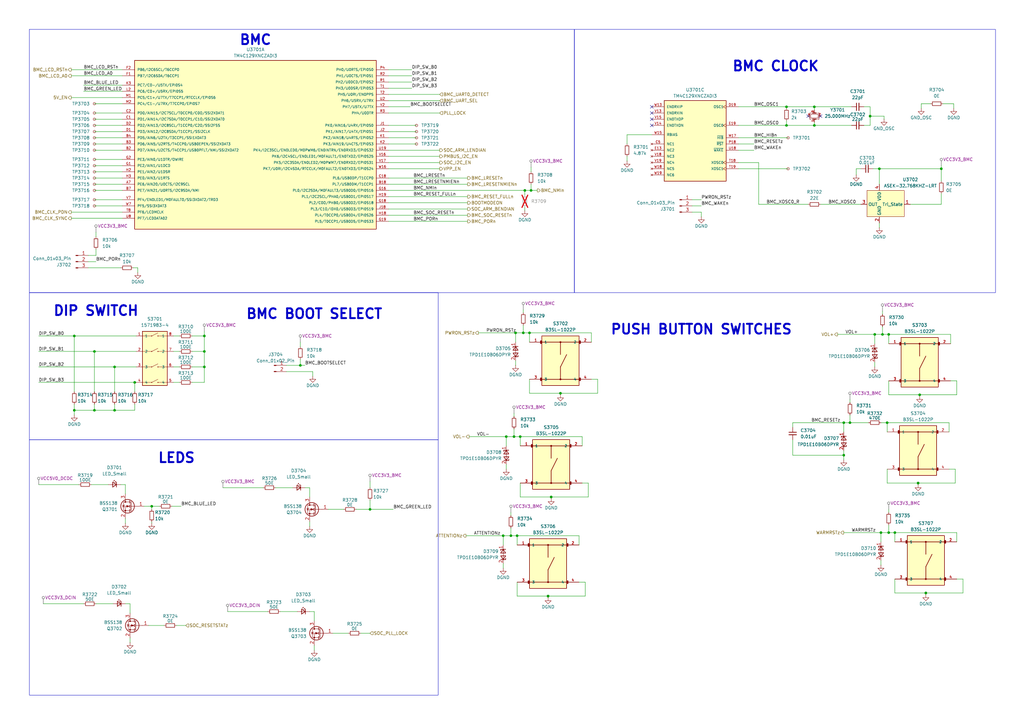
<source format=kicad_sch>
(kicad_sch (version 20250114) (generator "eeschema") (generator_version "9.0")
  (paper "A3")
  (title_block (title "Barre de son (base saine)") (date "2025-05-16") (rev "1.0") (company "NDH"))
  (rectangle (start 12.065 120.015) (end 179.705 180.34))
  (rectangle (start 12.065 12.065) (end 12.065 12.065))
  (rectangle (start 12.065 12.065) (end 235.585 120.015))
  (rectangle (start 235.585 12.065) (end 408.305 120.015))
  (rectangle (start 12.065 180.34) (end 179.705 285.115))
  (text "DIP SWITCH\n" (at 39.37 127.635 0) (effects (font (size 4 4) (thickness 0.8) (bold yes))))
  (text "PUSH BUTTON SWITCHES\n" (at 287.655 135.255 0) (effects (font (size 4 4) (thickness 0.8) (bold yes))))
  (text "BMC CLOCK\n" (at 318.135 27.305 0) (effects (font (size 4 4) (thickness 0.8) (bold yes))))
  (text "BMC" (at 104.775 16.51 0) (effects (font (size 4 4) (thickness 0.8) (bold yes))))
  (text "LEDS" (at 72.39 187.96 0) (effects (font (size 4 4) (thickness 0.8) (bold yes))))
  (text "BMC BOOT SELECT\n" (at 128.905 128.905 0) (effects (font (size 4 4) (thickness 0.8) (bold yes))))
  (junction (at 379.73 243.205))
  (junction (at 210.82 179.07))
  (junction (at 322.58 51.435))
  (junction (at 364.49 137.16))
  (junction (at 215.265 78.105))
  (junction (at 217.17 136.525))
  (junction (at 386.08 69.215))
  (junction (at 209.55 219.71))
  (junction (at 367.03 218.44))
  (junction (at 38.735 144.145))
  (junction (at 46.99 168.275))
  (junction (at 361.95 137.16))
  (junction (at 358.775 137.16))
  (junction (at 83.82 137.795))
  (junction (at 123.19 149.86))
  (junction (at 346.075 186.69))
  (junction (at 229.87 161.29))
  (junction (at 83.82 144.145))
  (junction (at 207.645 179.07))
  (junction (at 214.63 136.525))
  (junction (at 360.68 69.215))
  (junction (at 38.735 168.275))
  (junction (at 206.375 219.71))
  (junction (at 377.19 161.925))
  (junction (at 213.36 179.07))
  (junction (at 212.09 219.71))
  (junction (at 30.48 168.275))
  (junction (at 348.615 173.355))
  (junction (at 346.075 173.355))
  (junction (at 226.06 203.835))
  (junction (at 376.555 198.12))
  (junction (at 211.455 136.525))
  (junction (at 224.79 244.475))
  (junction (at 62.23 207.645))
  (junction (at 83.82 150.495))
  (junction (at 55.245 156.845))
  (junction (at 364.49 218.44))
  (junction (at 322.58 43.815))
  (junction (at 361.315 218.44))
  (junction (at 217.805 78.105))
  (junction (at 30.48 137.795))
  (junction (at 46.99 150.495))
  (junction (at 334.01 51.435))
  (junction (at 356.87 47.625))
  (junction (at 334.01 43.815))
  (junction (at 363.855 173.355))
  (junction (at 151.765 208.915))
  (no_connect (at 331.47 47.625))
  (no_connect (at 267.335 51.435))
  (no_connect (at 336.55 47.625))
  (no_connect (at 267.335 46.355))
  (no_connect (at 267.335 43.815))
  (no_connect (at 267.335 48.895))
  (wire (pts (xy 356.87 51.435) (xy 354.33 51.435)))
  (wire (pts (xy 389.255 173.355) (xy 363.855 173.355)))
  (wire (pts (xy 391.795 192.405) (xy 391.795 198.12)))
  (wire (pts (xy 29.21 89.535) (xy 50.165 89.535)))
  (wire (pts (xy 128.905 266.7) (xy 128.905 264.795)))
  (wire (pts (xy 257.175 55.245) (xy 257.175 59.055)))
  (wire (pts (xy 362.585 48.895) (xy 362.585 47.625)))
  (wire (pts (xy 389.89 140.97) (xy 389.89 137.16)))
  (wire (pts (xy 325.12 173.355) (xy 325.12 175.26)))
  (wire (pts (xy 334.01 45.085) (xy 334.01 43.815)))
  (wire (pts (xy 229.87 161.925) (xy 229.87 161.29)))
  (wire (pts (xy 334.01 50.165) (xy 334.01 51.435)))
  (wire (pts (xy 336.55 83.82) (xy 353.06 83.82)))
  (wire (pts (xy 65.405 207.645) (xy 62.23 207.645)))
  (wire (pts (xy 62.23 214.63) (xy 62.23 213.995)))
  (wire (pts (xy 240.03 238.76) (xy 240.03 244.475)))
  (wire (pts (xy 151.765 197.485) (xy 151.765 200.025)))
  (wire (pts (xy 309.245 59.055) (xy 302.895 59.055)))
  (wire (pts (xy 238.76 182.88) (xy 238.76 179.07)))
  (wire (pts (xy 83.82 144.145) (xy 83.82 137.795)))
  (wire (pts (xy 325.12 173.355) (xy 346.075 173.355)))
  (wire (pts (xy 50.165 48.895) (xy 38.735 48.895)))
  (wire (pts (xy 348.615 163.83) (xy 348.615 165.1)))
  (wire (pts (xy 91.44 200.025) (xy 107.95 200.025)))
  (wire (pts (xy 29.21 31.115) (xy 50.165 31.115)))
  (wire (pts (xy 51.435 202.565) (xy 51.435 198.755)))
  (wire (pts (xy 361.315 218.44) (xy 361.315 222.25)))
  (wire (pts (xy 322.58 49.53) (xy 322.58 51.435)))
  (wire (pts (xy 128.905 250.825) (xy 127 250.825)))
  (wire (pts (xy 346.075 186.69) (xy 346.075 184.785)))
  (wire (pts (xy 93.345 250.825) (xy 109.855 250.825)))
  (wire (pts (xy 39.37 107.315) (xy 36.195 107.315)))
  (wire (pts (xy 210.82 169.545) (xy 210.82 170.815)))
  (wire (pts (xy 351.155 69.215) (xy 353.06 69.215)))
  (wire (pts (xy 168.91 33.655) (xy 159.385 33.655)))
  (wire (pts (xy 392.43 161.925) (xy 377.19 161.925)))
  (wire (pts (xy 238.76 198.12) (xy 241.3 198.12)))
  (wire (pts (xy 117.475 152.4) (xy 128.27 152.4)))
  (wire (pts (xy 123.19 149.86) (xy 125.095 149.86)))
  (wire (pts (xy 51.435 214.63) (xy 51.435 212.725)))
  (wire (pts (xy 212.09 219.71) (xy 212.09 223.52)))
  (wire (pts (xy 83.82 150.495) (xy 83.82 144.145)))
  (wire (pts (xy 127 215.9) (xy 127 213.995)))
  (wire (pts (xy 391.16 42.545) (xy 386.715 42.545)))
  (wire (pts (xy 15.875 150.495) (xy 46.99 150.495)))
  (wire (pts (xy 322.58 44.45) (xy 322.58 43.815)))
  (wire (pts (xy 123.19 140.335) (xy 123.19 142.24)))
  (wire (pts (xy 127 203.835) (xy 127 200.025)))
  (wire (pts (xy 159.385 88.265) (xy 191.77 88.265)))
  (wire (pts (xy 159.385 53.975) (xy 170.815 53.975)))
  (wire (pts (xy 237.49 223.52) (xy 237.49 219.71)))
  (wire (pts (xy 159.385 59.055) (xy 170.815 59.055)))
  (wire (pts (xy 214.63 127) (xy 214.63 128.27)))
  (wire (pts (xy 46.99 168.275) (xy 46.99 165.735)))
  (wire (pts (xy 50.165 46.355) (xy 38.735 46.355)))
  (wire (pts (xy 287.655 84.455) (xy 283.845 84.455)))
  (wire (pts (xy 39.37 104.775) (xy 36.195 104.775)))
  (wire (pts (xy 210.82 179.07) (xy 213.36 179.07)))
  (wire (pts (xy 237.49 219.71) (xy 212.09 219.71)))
  (wire (pts (xy 50.165 53.975) (xy 38.735 53.975)))
  (wire (pts (xy 180.34 69.215) (xy 159.385 69.215)))
  (wire (pts (xy 217.805 68.58) (xy 217.805 70.485)))
  (wire (pts (xy 224.79 245.11) (xy 224.79 244.475)))
  (wire (pts (xy 34.29 34.925) (xy 50.165 34.925)))
  (wire (pts (xy 363.855 173.355) (xy 363.855 177.165)))
  (wire (pts (xy 50.165 81.915) (xy 38.735 81.915)))
  (wire (pts (xy 50.165 59.055) (xy 38.735 59.055)))
  (wire (pts (xy 128.27 154.305) (xy 128.27 152.4)))
  (wire (pts (xy 123.19 149.86) (xy 117.475 149.86)))
  (wire (pts (xy 128.905 254.635) (xy 128.905 250.825)))
  (wire (pts (xy 358.775 137.16) (xy 361.95 137.16)))
  (wire (pts (xy 360.68 93.345) (xy 360.68 91.44)))
  (wire (pts (xy 367.03 218.44) (xy 367.03 222.25)))
  (wire (pts (xy 392.43 218.44) (xy 367.03 218.44)))
  (wire (pts (xy 73.66 150.495) (xy 71.12 150.495)))
  (wire (pts (xy 362.585 47.625) (xy 356.87 47.625)))
  (wire (pts (xy 346.075 173.355) (xy 346.075 177.165)))
  (wire (pts (xy 242.57 140.335) (xy 242.57 136.525)))
  (wire (pts (xy 180.34 66.675) (xy 159.385 66.675)))
  (wire (pts (xy 206.375 219.71) (xy 209.55 219.71)))
  (wire (pts (xy 238.76 179.07) (xy 213.36 179.07)))
  (wire (pts (xy 346.075 173.355) (xy 348.615 173.355)))
  (wire (pts (xy 159.385 90.805) (xy 191.77 90.805)))
  (wire (pts (xy 364.49 218.44) (xy 367.03 218.44)))
  (wire (pts (xy 134.62 208.915) (xy 140.97 208.915)))
  (wire (pts (xy 215.265 86.36) (xy 215.265 85.09)))
  (wire (pts (xy 30.48 137.795) (xy 30.48 160.655)))
  (wire (pts (xy 29.21 28.575) (xy 50.165 28.575)))
  (wire (pts (xy 49.53 109.855) (xy 36.195 109.855)))
  (wire (pts (xy 55.245 156.845) (xy 55.245 160.655)))
  (wire (pts (xy 364.49 208.915) (xy 364.49 210.185)))
  (wire (pts (xy 226.06 204.47) (xy 226.06 203.835)))
  (wire (pts (xy 386.08 83.82) (xy 373.38 83.82)))
  (wire (pts (xy 215.265 78.105) (xy 217.805 78.105)))
  (wire (pts (xy 159.385 85.725) (xy 191.77 85.725)))
  (wire (pts (xy 127 200.025) (xy 125.095 200.025)))
  (wire (pts (xy 356.87 47.625) (xy 356.87 51.435)))
  (wire (pts (xy 15.875 137.795) (xy 30.48 137.795)))
  (wire (pts (xy 73.66 137.795) (xy 71.12 137.795)))
  (wire (pts (xy 207.645 192.405) (xy 207.645 190.5)))
  (wire (pts (xy 215.265 80.01) (xy 215.265 78.105)))
  (wire (pts (xy 377.825 44.45) (xy 377.825 42.545)))
  (wire (pts (xy 56.515 111.76) (xy 56.515 109.855)))
  (wire (pts (xy 123.19 147.32) (xy 123.19 149.86)))
  (wire (pts (xy 30.48 137.795) (xy 55.88 137.795)))
  (wire (pts (xy 207.645 179.07) (xy 207.645 182.88)))
  (wire (pts (xy 376.555 198.755) (xy 376.555 198.12)))
  (wire (pts (xy 354.33 43.815) (xy 356.87 43.815)))
  (wire (pts (xy 379.73 243.205) (xy 367.03 243.205)))
  (wire (pts (xy 302.895 43.815) (xy 322.58 43.815)))
  (wire (pts (xy 55.245 156.845) (xy 55.88 156.845)))
  (wire (pts (xy 302.895 69.215) (xy 323.215 69.215)))
  (wire (pts (xy 361.315 231.775) (xy 361.315 229.87)))
  (wire (pts (xy 46.99 150.495) (xy 46.99 160.655)))
  (wire (pts (xy 391.16 44.45) (xy 391.16 42.545)))
  (wire (pts (xy 364.49 137.16) (xy 364.49 140.97)))
  (wire (pts (xy 361.95 137.16) (xy 364.49 137.16)))
  (wire (pts (xy 113.03 200.025) (xy 120.015 200.025)))
  (wire (pts (xy 83.82 150.495) (xy 78.74 150.495)))
  (wire (pts (xy 39.37 102.235) (xy 39.37 104.775)))
  (wire (pts (xy 151.765 259.715) (xy 147.955 259.715)))
  (wire (pts (xy 325.12 186.69) (xy 346.075 186.69)))
  (wire (pts (xy 348.615 173.355) (xy 356.235 173.355)))
  (wire (pts (xy 351.155 71.755) (xy 351.155 69.215)))
  (wire (pts (xy 34.29 37.465) (xy 50.165 37.465)))
  (wire (pts (xy 367.03 243.205) (xy 367.03 237.49)))
  (wire (pts (xy 180.34 38.735) (xy 159.385 38.735)))
  (wire (pts (xy 237.49 238.76) (xy 240.03 238.76)))
  (wire (pts (xy 211.455 149.86) (xy 211.455 147.955)))
  (wire (pts (xy 50.165 65.405) (xy 38.735 65.405)))
  (wire (pts (xy 392.43 222.25) (xy 392.43 218.44)))
  (wire (pts (xy 210.82 175.895) (xy 210.82 179.07)))
  (wire (pts (xy 334.01 43.815) (xy 349.25 43.815)))
  (wire (pts (xy 15.875 198.755) (xy 32.385 198.755)))
  (wire (pts (xy 17.78 247.65) (xy 34.29 247.65)))
  (wire (pts (xy 392.43 156.21) (xy 392.43 161.925)))
  (wire (pts (xy 217.17 161.29) (xy 217.17 155.575)))
  (wire (pts (xy 51.435 198.755) (xy 49.53 198.755)))
  (wire (pts (xy 206.375 219.71) (xy 206.375 223.52)))
  (wire (pts (xy 83.82 156.845) (xy 83.82 150.495)))
  (wire (pts (xy 29.21 40.005) (xy 50.165 40.005)))
  (wire (pts (xy 180.34 41.275) (xy 159.385 41.275)))
  (wire (pts (xy 207.645 179.07) (xy 210.82 179.07)))
  (wire (pts (xy 38.735 168.275) (xy 30.48 168.275)))
  (wire (pts (xy 50.165 51.435) (xy 38.735 51.435)))
  (wire (pts (xy 53.34 263.525) (xy 53.34 261.62)))
  (wire (pts (xy 136.525 259.715) (xy 142.875 259.715)))
  (wire (pts (xy 83.82 137.795) (xy 78.74 137.795)))
  (wire (pts (xy 257.175 66.04) (xy 257.175 64.135)))
  (wire (pts (xy 267.335 55.245) (xy 257.175 55.245)))
  (wire (pts (xy 245.11 155.575) (xy 245.11 161.29)))
  (wire (pts (xy 379.73 243.84) (xy 379.73 243.205)))
  (wire (pts (xy 50.165 56.515) (xy 38.735 56.515)))
  (wire (pts (xy 217.805 78.105) (xy 220.345 78.105)))
  (wire (pts (xy 311.15 83.82) (xy 331.47 83.82)))
  (wire (pts (xy 30.48 168.275) (xy 30.48 165.735)))
  (wire (pts (xy 62.23 207.645) (xy 59.055 207.645)))
  (wire (pts (xy 146.05 208.915) (xy 151.765 208.915)))
  (wire (pts (xy 180.34 46.355) (xy 159.385 46.355)))
  (wire (pts (xy 386.08 67.945) (xy 386.08 69.215)))
  (wire (pts (xy 241.3 203.835) (xy 226.06 203.835)))
  (wire (pts (xy 159.385 73.025) (xy 191.77 73.025)))
  (wire (pts (xy 206.375 233.045) (xy 206.375 231.14)))
  (wire (pts (xy 392.43 237.49) (xy 394.97 237.49)))
  (wire (pts (xy 394.97 237.49) (xy 394.97 243.205)))
  (wire (pts (xy 55.245 168.275) (xy 46.99 168.275)))
  (wire (pts (xy 302.895 56.515) (xy 323.215 56.515)))
  (wire (pts (xy 191.135 219.71) (xy 206.375 219.71)))
  (wire (pts (xy 213.36 203.835) (xy 213.36 198.12)))
  (wire (pts (xy 209.55 216.535) (xy 209.55 219.71)))
  (wire (pts (xy 50.165 61.595) (xy 38.735 61.595)))
  (wire (pts (xy 50.165 73.025) (xy 38.735 73.025)))
  (wire (pts (xy 168.91 28.575) (xy 159.385 28.575)))
  (wire (pts (xy 29.21 86.995) (xy 50.165 86.995)))
  (wire (pts (xy 50.165 78.105) (xy 38.735 78.105)))
  (wire (pts (xy 287.655 81.915) (xy 283.845 81.915)))
  (wire (pts (xy 53.34 251.46) (xy 53.34 247.65)))
  (wire (pts (xy 50.165 75.565) (xy 38.735 75.565)))
  (wire (pts (xy 209.55 219.71) (xy 212.09 219.71)))
  (wire (pts (xy 389.255 192.405) (xy 391.795 192.405)))
  (wire (pts (xy 348.615 170.18) (xy 348.615 173.355)))
  (wire (pts (xy 55.245 165.735) (xy 55.245 168.275)))
  (wire (pts (xy 209.55 210.185) (xy 209.55 211.455)))
  (wire (pts (xy 46.99 150.495) (xy 55.88 150.495)))
  (wire (pts (xy 245.11 161.29) (xy 229.87 161.29)))
  (wire (pts (xy 309.245 61.595) (xy 302.895 61.595)))
  (wire (pts (xy 302.895 66.675) (xy 311.15 66.675)))
  (wire (pts (xy 74.295 207.645) (xy 70.485 207.645)))
  (wire (pts (xy 50.165 84.455) (xy 38.735 84.455)))
  (wire (pts (xy 38.735 144.145) (xy 55.88 144.145)))
  (wire (pts (xy 334.01 43.815) (xy 322.58 43.815)))
  (wire (pts (xy 389.255 177.165) (xy 389.255 173.355)))
  (wire (pts (xy 168.275 43.815) (xy 159.385 43.815)))
  (wire (pts (xy 56.515 109.855) (xy 54.61 109.855)))
  (wire (pts (xy 159.385 51.435) (xy 170.815 51.435)))
  (wire (pts (xy 38.735 168.275) (xy 38.735 165.735)))
  (wire (pts (xy 311.15 66.675) (xy 311.15 83.82)))
  (wire (pts (xy 334.01 51.435) (xy 322.58 51.435)))
  (wire (pts (xy 360.68 69.215) (xy 360.68 75.565)))
  (wire (pts (xy 159.385 80.645) (xy 191.77 80.645)))
  (wire (pts (xy 376.555 198.12) (xy 363.855 198.12)))
  (wire (pts (xy 240.03 244.475) (xy 224.79 244.475)))
  (wire (pts (xy 386.08 74.295) (xy 386.08 69.215)))
  (wire (pts (xy 73.66 156.845) (xy 71.12 156.845)))
  (wire (pts (xy 217.17 136.525) (xy 217.17 140.335)))
  (wire (pts (xy 214.63 133.35) (xy 214.63 136.525)))
  (wire (pts (xy 242.57 155.575) (xy 245.11 155.575)))
  (wire (pts (xy 71.12 144.145) (xy 73.66 144.145)))
  (wire (pts (xy 242.57 136.525) (xy 217.17 136.525)))
  (wire (pts (xy 50.165 67.945) (xy 38.735 67.945)))
  (wire (pts (xy 302.895 51.435) (xy 322.58 51.435)))
  (wire (pts (xy 224.79 244.475) (xy 212.09 244.475)))
  (wire (pts (xy 39.37 95.25) (xy 39.37 97.155)))
  (wire (pts (xy 287.655 86.995) (xy 283.845 86.995)))
  (wire (pts (xy 377.825 42.545) (xy 381.635 42.545)))
  (wire (pts (xy 377.19 162.56) (xy 377.19 161.925)))
  (wire (pts (xy 53.34 247.65) (xy 51.435 247.65)))
  (wire (pts (xy 39.37 247.65) (xy 46.355 247.65)))
  (wire (pts (xy 62.23 208.915) (xy 62.23 207.645)))
  (wire (pts (xy 50.165 42.545) (xy 38.735 42.545)))
  (wire (pts (xy 364.49 215.265) (xy 364.49 218.44)))
  (wire (pts (xy 214.63 136.525) (xy 217.17 136.525)))
  (wire (pts (xy 358.775 150.495) (xy 358.775 148.59)))
  (wire (pts (xy 15.875 144.145) (xy 38.735 144.145)))
  (wire (pts (xy 287.655 88.9) (xy 287.655 86.995)))
  (wire (pts (xy 361.95 127.635) (xy 361.95 128.905)))
  (wire (pts (xy 358.14 69.215) (xy 360.68 69.215)))
  (wire (pts (xy 325.12 180.34) (xy 325.12 186.69)))
  (wire (pts (xy 363.855 198.12) (xy 363.855 192.405)))
  (wire (pts (xy 159.385 56.515) (xy 170.815 56.515)))
  (wire (pts (xy 229.87 161.29) (xy 217.17 161.29)))
  (wire (pts (xy 343.535 137.16) (xy 358.775 137.16)))
  (wire (pts (xy 211.455 136.525) (xy 214.63 136.525)))
  (wire (pts (xy 386.08 69.215) (xy 360.68 69.215)))
  (wire (pts (xy 361.95 133.985) (xy 361.95 137.16)))
  (wire (pts (xy 211.455 136.525) (xy 211.455 140.335)))
  (wire (pts (xy 151.765 208.915) (xy 161.29 208.915)))
  (wire (pts (xy 180.34 64.135) (xy 159.385 64.135)))
  (wire (pts (xy 391.795 198.12) (xy 376.555 198.12)))
  (wire (pts (xy 389.89 137.16) (xy 364.49 137.16)))
  (wire (pts (xy 46.99 168.275) (xy 38.735 168.275)))
  (wire (pts (xy 346.075 188.595) (xy 346.075 186.69)))
  (wire (pts (xy 168.91 36.195) (xy 159.385 36.195)))
  (wire (pts (xy 168.91 31.115) (xy 159.385 31.115)))
  (wire (pts (xy 191.77 75.565) (xy 159.385 75.565)))
  (wire (pts (xy 83.82 144.145) (xy 78.74 144.145)))
  (wire (pts (xy 377.19 161.925) (xy 364.49 161.925)))
  (wire (pts (xy 114.935 250.825) (xy 121.92 250.825)))
  (wire (pts (xy 76.2 256.54) (xy 72.39 256.54)))
  (wire (pts (xy 192.405 179.07) (xy 207.645 179.07)))
  (wire (pts (xy 386.08 79.375) (xy 386.08 83.82)))
  (wire (pts (xy 213.36 179.07) (xy 213.36 182.88)))
  (wire (pts (xy 361.315 218.44) (xy 364.49 218.44)))
  (wire (pts (xy 60.96 256.54) (xy 67.31 256.54)))
  (wire (pts (xy 78.74 156.845) (xy 83.82 156.845)))
  (wire (pts (xy 15.875 156.845) (xy 55.245 156.845)))
  (wire (pts (xy 226.06 203.835) (xy 213.36 203.835)))
  (wire (pts (xy 349.25 51.435) (xy 334.01 51.435)))
  (wire (pts (xy 159.385 78.105) (xy 215.265 78.105)))
  (wire (pts (xy 196.215 136.525) (xy 211.455 136.525)))
  (wire (pts (xy 346.075 218.44) (xy 361.315 218.44)))
  (wire (pts (xy 361.315 173.355) (xy 363.855 173.355)))
  (wire (pts (xy 364.49 161.925) (xy 364.49 156.21)))
  (wire (pts (xy 241.3 198.12) (xy 241.3 203.835)))
  (wire (pts (xy 217.805 75.565) (xy 217.805 78.105)))
  (wire (pts (xy 38.735 144.145) (xy 38.735 160.655)))
  (wire (pts (xy 356.87 43.815) (xy 356.87 47.625)))
  (wire (pts (xy 389.89 156.21) (xy 392.43 156.21)))
  (wire (pts (xy 212.09 244.475) (xy 212.09 238.76)))
  (wire (pts (xy 83.82 135.89) (xy 83.82 137.795)))
  (wire (pts (xy 180.34 61.595) (xy 159.385 61.595)))
  (wire (pts (xy 151.765 205.105) (xy 151.765 208.915)))
  (wire (pts (xy 394.97 243.205) (xy 379.73 243.205)))
  (wire (pts (xy 30.48 170.18) (xy 30.48 168.275)))
  (wire (pts (xy 37.465 198.755) (xy 44.45 198.755)))
  (wire (pts (xy 358.775 137.16) (xy 358.775 140.97)))
  (wire (pts (xy 50.165 70.485) (xy 38.735 70.485)))
  (wire (pts (xy 159.385 83.185) (xy 191.77 83.185)))
  (label "DIP_SW_B1" (at 168.91 31.115 0))
  (label "BMC_WAKEn" (at 287.655 84.455 0))
  (label "PWRON_RSTz" (at 287.655 81.915 0))
  (label "DIP_SW_B1" (at 15.875 144.145 0))
  (label "BMC_OSC1" (at 309.245 43.815 0))
  (label "DIP_SW_B2" (at 15.875 150.495 0))
  (label "VOL-" (at 195.58 179.07 0))
  (label "BMC_LRESETNMIENn" (at 169.545 75.565 0))
  (label "WARMRSTz" (at 349.25 218.44 0))
  (label "PWRON_RSTz" (at 199.39 136.525 0))
  (label "BMC_XOSC0_R" (at 314.325 83.82 0))
  (label "DIP_SW_B3" (at 15.875 156.845 0))
  (label "DIP_SW_B0" (at 15.875 137.795 0))
  (label "DIP_SW_B0" (at 168.91 28.575 0))
  (label "BMC_RESETz" (at 332.74 173.355 0))
  (label "BMC_XOSC0" (at 339.725 83.82 0))
  (label "ATTENTIONz" (at 194.31 219.71 0))
  (label "BMC_OSC0" (at 309.245 51.435 0))
  (label "BMC_LCD_A0" (at 34.29 31.115 0))
  (label "BMC_PORn" (at 169.545 90.805 0))
  (label "BMC_PORn" (at 39.37 107.315 0))
  (label "BMC_RESET_FULLn" (at 169.545 80.645 0))
  (label "BMC_SOC_RESETn" (at 169.545 88.265 0))
  (label "BMC_GREEN_LED" (at 161.29 208.915 0))
  (label "BMC_NMIn" (at 169.545 78.105 0))
  (label "BMC_BOOTSELECT" (at 168.275 43.815 0))
  (label "BMC_LCD_RSTn" (at 34.29 28.575 0))
  (label "VOL+" (at 346.71 137.16 0))
  (label "BMC_LRESETn" (at 169.545 73.025 0))
  (label "BMC_BOOTSELECT" (at 125.095 149.86 0))
  (label "DIP_SW_B2" (at 168.91 33.655 0))
  (label "BMC_WAKEn" (at 309.245 61.595 0))
  (label "DIP_SW_B3" (at 168.91 36.195 0))
  (label "BMC_GREEN_LED" (at 34.29 37.465 0))
  (label "BMC_HIBn" (at 309.245 56.515 0))
  (label "BMC_BLUE_LED" (at 74.295 207.645 0))
  (label "BMC_BLUE_LED" (at 34.29 34.925 0))
  (label "BMC_RESETz" (at 309.245 59.055 0))
  (hierarchical_label "SOC_ARM_LENDIAN" (shape output) (at 180.34 61.595 0))
  (hierarchical_label "SOC_PLL_LOCK" (shape input) (at 151.765 259.715 0))
  (hierarchical_label "BMC_CLK_SYNC" (shape output) (at 29.21 89.535 180))
  (hierarchical_label "BMC_RESET_FULLn" (shape output) (at 191.77 80.645 0))
  (hierarchical_label "PWRON_RSTz" (shape output) (at 196.215 136.525 180))
  (hierarchical_label "VOL+" (shape output) (at 343.535 137.16 180))
  (hierarchical_label "VPP_EN" (shape output) (at 180.34 69.215 0))
  (hierarchical_label "BOOTMODEON" (shape output) (at 191.77 83.185 0))
  (hierarchical_label "5V_EN" (shape output) (at 29.21 40.005 180))
  (hierarchical_label "BMC_NMIn" (shape output) (at 220.345 78.105 0))
  (hierarchical_label "BMC_UART_SEL" (shape input) (at 180.34 41.275 0))
  (hierarchical_label "BMC_UART0_DETECT" (shape input) (at 180.34 38.735 0))
  (hierarchical_label "PMBUS_I2C_EN" (shape output) (at 180.34 64.135 0))
  (hierarchical_label "PLL_LOCK" (shape input) (at 180.34 46.355 0))
  (hierarchical_label "BMC_LCD_A0" (shape output) (at 29.21 31.115 180))
  (hierarchical_label "BMC_LCD_RSTn" (shape output) (at 29.21 28.575 180))
  (hierarchical_label "WARMRSTz" (shape output) (at 346.075 218.44 180))
  (hierarchical_label "VOL-" (shape output) (at 192.405 179.07 180))
  (hierarchical_label "SOC_I2C_EN" (shape output) (at 180.34 66.675 0))
  (hierarchical_label "BMC_LRESETNMIENn" (shape output) (at 191.77 75.565 0))
  (hierarchical_label "BMC_LRESETn" (shape output) (at 191.77 73.025 0))
  (hierarchical_label "BMC_SOC_RESETn" (shape output) (at 191.77 88.265 0))
  (hierarchical_label "SOC_ARM_BENDIAN" (shape output) (at 191.77 85.725 0))
  (hierarchical_label "BMC_CLK_PDN" (shape output) (at 29.21 86.995 180))
  (hierarchical_label "ATTENTIONz" (shape output) (at 191.135 219.71 180))
  (hierarchical_label "SOC_RESETSTATz" (shape input) (at 76.2 256.54 0))
  (hierarchical_label "BMC_PORn" (shape output) (at 191.77 90.805 0))
  (netclass_flag "" (length 2.54) (shape round) (at 123.19 140.335 0) (property "Netclass" "VCC3V3_BMC" (at 123.8885 137.795 0) (effects (justify left))))
  (netclass_flag "" (length 2.54) (shape round) (at 348.615 163.83 0) (property "Netclass" "VCC3V3_BMC" (at 349.3135 161.29 0) (effects (justify left))))
  (netclass_flag "" (length 2.54) (shape round) (at 91.44 200.025 0) (property "Netclass" "VCC3V3_BMC" (at 92.1385 197.485 0) (effects (justify left))))
  (netclass_flag "" (length 2.54) (shape round) (at 386.08 67.945 0) (property "Netclass" "VCC3V3_BMC" (at 386.7785 65.405 0) (effects (justify left))))
  (netclass_flag "" (length 2.54) (shape round) (at 17.78 247.65 0) (property "Netclass" "VCC3V3_DCIN" (at 18.4785 245.11 0) (effects (justify left))))
  (netclass_flag "" (length 2.54) (shape round) (at 209.55 210.185 0) (property "Netclass" "VCC3V3_BMC" (at 210.2485 207.645 0) (effects (justify left))))
  (netclass_flag "" (length 2.54) (shape round) (at 364.49 208.915 0) (property "Netclass" "VCC3V3_BMC" (at 365.1885 206.375 0) (effects (justify left))))
  (netclass_flag "" (length 2.54) (shape round) (at 15.875 198.755 0) (property "Netclass" "VCC5V0_DCDC" (at 16.5735 196.215 0) (effects (justify left))))
  (netclass_flag "" (length 2.54) (shape round) (at 39.37 95.25 0) (property "Netclass" "VCC3V3_BMC" (at 40.0685 92.71 0) (effects (justify left))))
  (netclass_flag "" (length 2.54) (shape round) (at 93.345 250.825 0) (property "Netclass" "VCC3V3_DCIN" (at 94.0435 248.285 0) (effects (justify left))))
  (netclass_flag "" (length 2.54) (shape round) (at 217.805 68.58 0) (property "Netclass" "VCC3V3_BMC" (at 218.5035 66.04 0) (effects (justify left))))
  (netclass_flag "" (length 2.54) (shape round) (at 83.82 135.89 0) (property "Netclass" "VCC3V3_BMC" (at 84.5185 133.35 0) (effects (justify left))))
  (netclass_flag "" (length 2.54) (shape round) (at 151.765 197.485 0) (property "Netclass" "VCC3V3_BMC" (at 152.4635 194.945 0) (effects (justify left))))
  (netclass_flag "" (length 2.54) (shape round) (at 214.63 127 0) (property "Netclass" "VCC3V3_BMC" (at 215.3285 124.46 0) (effects (justify left))))
  (netclass_flag "" (length 2.54) (shape round) (at 210.82 169.545 0) (property "Netclass" "VCC3V3_BMC" (at 211.5185 167.005 0) (effects (justify left))))
  (netclass_flag "" (length 2.54) (shape round) (at 361.95 127.635 0) (property "Netclass" "VCC3V3_BMC" (at 362.6485 125.095 0) (effects (justify left))))
  (symbol (lib_id "Connector:TestPoint_Small") (at 38.735 73.025 180) (unit 1)
    (property "Reference" "TP3714" (at 36.83 73.0251 0) (effects (justify left)))
    (property "Value" "TestPoint_Small" (effects (hide yes)))
    (property "Description" "test point" (effects (hide yes)))
  )
  (symbol (lib_id "power:GND") (at 376.555 198.755 0) (unit 1)
    (property "Reference" "#PWR0786" (effects (hide yes)))
    (property "Value" "DGND" (at 376.555 202.565 0))
    (property "Description" "Power symbol creates a global label with name \"GND\" , ground" (effects (hide yes)))
  )
  (symbol (lib_id "Device:C_Small") (at 325.12 177.8 0) (unit 1)
    (property "Reference" "C3704" (at 328.295 176.5362 0) (effects (justify left)))
    (property "Value" "0.01uF" (at 328.295 179.0762 0) (effects (justify left)))
    (property "Description" "Unpolarized capacitor, small symbol" (effects (hide yes)))
  )
  (symbol (lib_id "Device:R_Small") (at 358.775 173.355 90) (unit 1)
    (property "Reference" "R3732" (at 358.775 169.545 90))
    (property "Value" "470E" (at 358.775 171.45 90))
    (property "Description" "Resistor, small symbol" (effects (hide yes)))
  )
  (symbol (lib_id "Device:R_Small") (at 386.08 76.835 0) (unit 1)
    (property "Reference" "R3705" (at 387.985 75.5649 0) (effects (justify left)))
    (property "Value" "0E" (at 387.985 78.1049 0) (effects (justify left)))
    (property "Description" "Resistor, small symbol" (effects (hide yes)))
  )
  (symbol (lib_id "Libglobal:B3SL-1022P") (at 376.555 184.785 180) (unit 1)
    (property "Reference" "S3704" (at 376.5571 169.545 0))
    (property "Value" "B3SL-1022P" (at 376.5571 172.085 0))
    (property "Footprint" "B3SL-1022P:SW_B3SL-1022P" (effects (hide yes)))
    (property "MF" "Omron" (effects (hide yes)))
    (property "Description_1" "Tactile Switch SPST-NO Top Actuated Surface Mount" (effects (hide yes)))
    (property "Package" "None" (effects (hide yes)))
    (property "Price" "None" (effects (hide yes)))
    (property "Check_prices" "https://www.snapeda.com/parts/B3SL-1022P/Omron/view-part/?ref=eda" (effects (hide yes)))
    (property "SnapEDA_Link" "https://www.snapeda.com/parts/B3SL-1022P/Omron/view-part/?ref=snap" (effects (hide yes)))
    (property "MP" "B3SL-1022P" (effects (hide yes)))
    (property "Availability" "In Stock" (effects (hide yes)))
    (property "MANUFACTURER" "Omron" (effects (hide yes)))
  )
  (symbol (lib_id "power:GND") (at 226.06 204.47 0) (unit 1)
    (property "Reference" "#PWR0788" (effects (hide yes)))
    (property "Value" "DGND" (at 226.06 208.28 0))
    (property "Description" "Power symbol creates a global label with name \"GND\" , ground" (effects (hide yes)))
  )
  (symbol (lib_id "Connector:TestPoint_Small") (at 323.215 56.515 0) (unit 1)
    (property "Reference" "TP3701" (at 325.12 56.5149 0) (effects (justify left)))
    (property "Value" "TestPoint_Small" (effects (hide yes)))
    (property "Description" "test point" (effects (hide yes)))
  )
  (symbol (lib_id "Connector:TestPoint_Small") (at 38.735 48.895 180) (unit 1)
    (property "Reference" "TP3705" (at 36.83 48.8951 0) (effects (justify left)))
    (property "Value" "TestPoint_Small" (effects (hide yes)))
    (property "Description" "test point" (effects (hide yes)))
  )
  (symbol (lib_id "Libglobal:TPD1E10B06DPYR") (at 346.075 132.08 0) (mirror y) (unit 1)
    (property "Reference" "D3706" (at 356.87 143.577 0) (effects (justify left)))
    (property "Value" "TPD1E10B06DPYR" (at 356.87 146.117 0) (effects (justify left)))
  )
  (symbol (lib_id "Libglobal:B3SL-1022P") (at 229.87 147.955 180) (unit 1)
    (property "Reference" "S3702" (at 229.8721 132.715 0))
    (property "Value" "B3SL-1022P" (at 229.8721 135.255 0))
    (property "Footprint" "B3SL-1022P:SW_B3SL-1022P" (effects (hide yes)))
    (property "MF" "Omron" (effects (hide yes)))
    (property "Description_1" "Tactile Switch SPST-NO Top Actuated Surface Mount" (effects (hide yes)))
    (property "Package" "None" (effects (hide yes)))
    (property "Price" "None" (effects (hide yes)))
    (property "Check_prices" "https://www.snapeda.com/parts/B3SL-1022P/Omron/view-part/?ref=eda" (effects (hide yes)))
    (property "SnapEDA_Link" "https://www.snapeda.com/parts/B3SL-1022P/Omron/view-part/?ref=snap" (effects (hide yes)))
    (property "MP" "B3SL-1022P" (effects (hide yes)))
    (property "Availability" "In Stock" (effects (hide yes)))
    (property "MANUFACTURER" "Omron" (effects (hide yes)))
  )
  (symbol (lib_id "Connector:TestPoint_Small") (at 38.735 81.915 180) (unit 1)
    (property "Reference" "TP3717" (at 36.83 81.9151 0) (effects (justify left)))
    (property "Value" "TestPoint_Small" (effects (hide yes)))
    (property "Description" "test point" (effects (hide yes)))
  )
  (symbol (lib_id "power:GND") (at 377.825 44.45 0) (unit 1)
    (property "Reference" "#PWR0767" (effects (hide yes)))
    (property "Value" "GND_OSC" (at 377.825 48.26 0))
    (property "Description" "Power symbol creates a global label with name \"GND\" , ground" (effects (hide yes)))
  )
  (symbol (lib_id "power:GND") (at 229.87 161.925 0) (unit 1)
    (property "Reference" "#PWR0781" (effects (hide yes)))
    (property "Value" "DGND" (at 229.87 165.735 0))
    (property "Description" "Power symbol creates a global label with name \"GND\" , ground" (effects (hide yes)))
  )
  (symbol (lib_id "Connector:TestPoint_Small") (at 38.735 61.595 180) (unit 1)
    (property "Reference" "TP3710" (at 36.83 61.5951 0) (effects (justify left)))
    (property "Value" "TestPoint_Small" (effects (hide yes)))
    (property "Description" "test point" (effects (hide yes)))
  )
  (symbol (lib_id "Device:R_Small") (at 76.2 150.495 90) (unit 1)
    (property "Reference" "R3712" (at 76.2 146.685 90))
    (property "Value" "100E" (at 76.2 148.59 90))
    (property "Description" "Resistor, small symbol" (effects (hide yes)))
  )
  (symbol (lib_id "Connector:Conn_01x02_Pin") (at 112.395 149.86 0) (unit 1)
    (property "Reference" "J3704" (at 113.03 145.415 0))
    (property "Value" "Conn_01x02_Pin" (at 113.03 147.955 0))
    (property "Description" "Generic connector, single row, 01x02, script generated" (effects (hide yes)))
  )
  (symbol (lib_id "power:GND") (at 211.455 149.86 0) (unit 1)
    (property "Reference" "#PWR0782" (effects (hide yes)))
    (property "Value" "DGND" (at 211.455 153.67 0))
    (property "Description" "Power symbol creates a global label with name \"GND\" , ground" (effects (hide yes)))
  )
  (symbol (lib_id "Device:R_Small") (at 69.85 256.54 90) (unit 1)
    (property "Reference" "R3724" (at 69.85 252.73 90))
    (property "Value" "0E" (at 69.85 254.635 90))
    (property "Description" "Resistor, small symbol" (effects (hide yes)))
  )
  (symbol (lib_id "Device:R_Small") (at 123.19 144.78 0) (unit 1)
    (property "Reference" "R3718" (at 125.73 143.5099 0) (effects (justify left)))
    (property "Value" "10k" (at 125.73 146.0499 0) (effects (justify left)))
    (property "Description" "Resistor, small symbol" (effects (hide yes)))
  )
  (symbol (lib_id "Device:R_Small") (at 151.765 202.565 0) (unit 1)
    (property "Reference" "R3727" (at 153.035 201.295 0) (effects (justify left)))
    (property "Value" "10k" (at 153.035 203.835 0) (effects (justify left)))
    (property "Description" "Resistor, small symbol" (effects (hide yes)))
  )
  (symbol (lib_id "Libglobal:TM4C129XNCZADI3") (at 104.775 60.325 0) (unit 1)
    (property "Reference" "U3701" (at 104.775 20.32 0))
    (property "Value" "TM4C129XNCZADI3" (at 104.775 22.86 0))
    (property "Footprint" "TM4C129XNCZADI3:BGA212N50P19X19_1000X1000X100" (effects (hide yes)))
    (property "MF" "Texas Instruments" (effects (hide yes)))
    (property "Description_1" "32-bit Arm Cortex-M4F based MCU with 120-MHz, 1-MB Flash, 256-KB RAM, USB, ENET MAC+PHY, LCD, AES" (effects (hide yes)))
    (property "Package" "NFBGA-212 Texas Instruments" (effects (hide yes)))
    (property "Price" "None" (effects (hide yes)))
    (property "SnapEDA_Link" "https://www.snapeda.com/parts/TM4C129XNCZADI3/Texas+Instruments/view-part/?ref=snap" (effects (hide yes)))
    (property "MP" "TM4C129XNCZADI3" (effects (hide yes)))
    (property "Availability" "In Stock" (effects (hide yes)))
    (property "Check_prices" "https://www.snapeda.com/parts/TM4C129XNCZADI3/Texas+Instruments/view-part/?ref=eda" (effects (hide yes)))
  )
  (symbol (lib_id "power:GND") (at 287.655 88.9 0) (unit 1)
    (property "Reference" "#PWR0769" (effects (hide yes)))
    (property "Value" "DGND" (at 287.655 92.71 0))
    (property "Description" "Power symbol creates a global label with name \"GND\" , ground" (effects (hide yes)))
  )
  (symbol (lib_id "Device:C_Small") (at 351.79 51.435 90) (unit 1)
    (property "Reference" "C3702" (at 351.79 46.99 90))
    (property "Value" "22pF" (at 351.79 48.895 90))
    (property "Description" "Unpolarized capacitor, small symbol" (effects (hide yes)))
  )
  (symbol (lib_id "Libglobal:TPD1E10B06DPYR") (at 348.615 213.36 0) (mirror y) (unit 1)
    (property "Reference" "D3710" (at 359.41 224.857 0) (effects (justify left)))
    (property "Value" "TPD1E10B06DPYR" (at 359.41 227.397 0) (effects (justify left)))
  )
  (symbol (lib_id "Device:LED_Small") (at 124.46 250.825 0) (mirror y) (unit 1)
    (property "Reference" "D3703" (at 124.3965 243.84 0))
    (property "Value" "LED_Small" (at 124.3965 246.38 0))
    (property "Description" "Light emitting diode, small symbol" (effects (hide yes)))
    (property "Sim.Pin" "1=K 2=A" (effects (hide yes)))
  )
  (symbol (lib_id "Device:R_Small") (at 145.415 259.715 90) (unit 1)
    (property "Reference" "R3725" (at 145.415 255.905 90))
    (property "Value" "0E" (at 145.415 257.81 90))
    (property "Description" "Resistor, small symbol" (effects (hide yes)))
  )
  (symbol (lib_id "Connector:TestPoint_Small") (at 38.735 53.975 180) (unit 1)
    (property "Reference" "TP3707" (at 36.83 53.9751 0) (effects (justify left)))
    (property "Value" "TestPoint_Small" (effects (hide yes)))
    (property "Description" "test point" (effects (hide yes)))
  )
  (symbol (lib_id "Libglobal:B3SL-1022P") (at 224.79 231.14 180) (unit 1)
    (property "Reference" "S3706" (at 224.7921 215.9 0))
    (property "Value" "B3SL-1022P" (at 224.7921 218.44 0))
    (property "Footprint" "B3SL-1022P:SW_B3SL-1022P" (effects (hide yes)))
    (property "MF" "Omron" (effects (hide yes)))
    (property "Description_1" "Tactile Switch SPST-NO Top Actuated Surface Mount" (effects (hide yes)))
    (property "Package" "None" (effects (hide yes)))
    (property "Price" "None" (effects (hide yes)))
    (property "Check_prices" "https://www.snapeda.com/parts/B3SL-1022P/Omron/view-part/?ref=eda" (effects (hide yes)))
    (property "SnapEDA_Link" "https://www.snapeda.com/parts/B3SL-1022P/Omron/view-part/?ref=snap" (effects (hide yes)))
    (property "MP" "B3SL-1022P" (effects (hide yes)))
    (property "Availability" "In Stock" (effects (hide yes)))
    (property "MANUFACTURER" "Omron" (effects (hide yes)))
  )
  (symbol (lib_id "Device:LED_Small") (at 46.99 198.755 0) (mirror y) (unit 1)
    (property "Reference" "D3701" (at 46.9265 191.77 0))
    (property "Value" "LED_Small" (at 46.9265 194.31 0))
    (property "Description" "Light emitting diode, small symbol" (effects (hide yes)))
    (property "Sim.Pin" "1=K 2=A" (effects (hide yes)))
  )
  (symbol (lib_id "Connector:TestPoint_Small") (at 38.735 75.565 180) (unit 1)
    (property "Reference" "TP3715" (at 36.83 75.5651 0) (effects (justify left)))
    (property "Value" "TestPoint_Small" (effects (hide yes)))
    (property "Description" "test point" (effects (hide yes)))
  )
  (symbol (lib_id "Device:C_Small") (at 351.79 43.815 90) (unit 1)
    (property "Reference" "C3701" (at 351.7963 37.465 90))
    (property "Value" "22pF" (at 351.7963 40.005 90))
    (property "Description" "Unpolarized capacitor, small symbol" (effects (hide yes)))
  )
  (symbol (lib_id "Connector:TestPoint_Small") (at 38.735 42.545 180) (unit 1)
    (property "Reference" "TP3703" (at 36.83 42.5451 0) (effects (justify left)))
    (property "Value" "TestPoint_Small" (effects (hide yes)))
    (property "Description" "test point" (effects (hide yes)))
  )
  (symbol (lib_id "Device:LED_Small") (at 122.555 200.025 0) (mirror y) (unit 1)
    (property "Reference" "D3704" (at 122.4915 193.04 0))
    (property "Value" "LED_Small" (at 122.4915 195.58 0))
    (property "Description" "Light emitting diode, small symbol" (effects (hide yes)))
    (property "Sim.Pin" "1=K 2=A" (effects (hide yes)))
  )
  (symbol (lib_id "Connector:TestPoint_Small") (at 38.735 78.105 180) (unit 1)
    (property "Reference" "TP3716" (at 36.83 78.1051 0) (effects (justify left)))
    (property "Value" "TestPoint_Small" (effects (hide yes)))
    (property "Description" "test point" (effects (hide yes)))
  )
  (symbol (lib_id "power:GND") (at 62.23 214.63 0) (unit 1)
    (property "Reference" "#PWR0777" (effects (hide yes)))
    (property "Value" "DGND" (at 62.23 218.44 0))
    (property "Description" "Power symbol creates a global label with name \"GND\" , ground" (effects (hide yes)))
  )
  (symbol (lib_id "power:GND") (at 379.73 243.84 0) (unit 1)
    (property "Reference" "#PWR0792" (effects (hide yes)))
    (property "Value" "DGND" (at 379.73 247.65 0))
    (property "Description" "Power symbol creates a global label with name \"GND\" , ground" (effects (hide yes)))
  )
  (symbol (lib_id "Device:R_Small") (at 215.265 82.55 0) (unit 1) (dnp yes)
    (property "Reference" "R3709" (at 217.805 82.5499 0) (effects (justify left)))
    (property "Value" "10k" (effects (hide yes)))
    (property "Description" "Resistor, small symbol" (effects (hide yes)))
  )
  (symbol (lib_id "power:GND") (at 351.155 71.755 0) (unit 1)
    (property "Reference" "#PWR0771" (effects (hide yes)))
    (property "Value" "DGND" (at 351.155 75.565 0))
    (property "Description" "Power symbol creates a global label with name \"GND\" , ground" (effects (hide yes)))
  )
  (symbol (lib_id "Connector:TestPoint_Small") (at 38.735 84.455 180) (unit 1)
    (property "Reference" "TP3718" (at 36.83 84.4551 0) (effects (justify left)))
    (property "Value" "TestPoint_Small" (effects (hide yes)))
    (property "Description" "test point" (effects (hide yes)))
  )
  (symbol (lib_id "Device:R_Small") (at 76.2 156.845 90) (unit 1)
    (property "Reference" "R3713" (at 76.2 153.035 90))
    (property "Value" "100E" (at 76.2 154.94 90))
    (property "Description" "Resistor, small symbol" (effects (hide yes)))
  )
  (symbol (lib_id "Device:R_Small") (at 257.175 61.595 0) (unit 1)
    (property "Reference" "R3701" (at 259.715 60.3249 0) (effects (justify left)))
    (property "Value" "4.87k" (at 259.715 62.8649 0) (effects (justify left)))
    (property "Description" "Resistor, small symbol" (effects (hide yes)))
  )
  (symbol (lib_id "Libglobal:TPD1E10B06DPYR") (at 194.945 173.99 0) (mirror y) (unit 1)
    (property "Reference" "D3708" (at 205.74 185.487 0) (effects (justify left)))
    (property "Value" "TPD1E10B06DPYR" (at 205.74 188.027 0) (effects (justify left)))
  )
  (symbol (lib_id "Device:Crystal_GND24_Small") (at 334.01 47.625 90) (unit 1)
    (property "Reference" "Y3701" (at 343.535 45.085 90))
    (property "Value" "25.000MHz" (at 343.535 47.625 90))
    (property "Description" "Four pin crystal, GND on pins 2 and 4, small symbol" (effects (hide yes)))
  )
  (symbol (lib_id "power:GND") (at 346.075 188.595 0) (unit 1)
    (property "Reference" "#PWR0785" (effects (hide yes)))
    (property "Value" "DGND" (at 346.075 192.405 0))
    (property "Description" "Power symbol creates a global label with name \"GND\" , ground" (effects (hide yes)))
  )
  (symbol (lib_id "Device:R_Small") (at 143.51 208.915 90) (unit 1)
    (property "Reference" "R3728" (at 143.51 205.105 90))
    (property "Value" "0E" (at 143.51 207.01 90))
    (property "Description" "Resistor, small symbol" (effects (hide yes)))
  )
  (symbol (lib_id "Connector:TestPoint_Small") (at 170.815 53.975 0) (unit 1)
    (property "Reference" "TP3720" (at 172.72 53.9749 0) (effects (justify left)))
    (property "Value" "TestPoint_Small" (effects (hide yes)))
    (property "Description" "test point" (effects (hide yes)))
  )
  (symbol (lib_name "TM4C129XNCZADI3_1") (lib_id "Libglobal:TM4C129XNCZADI3") (at 321.945 76.835 0) (unit 3)
    (property "Reference" "U3701" (at 285.115 36.83 0))
    (property "Value" "TM4C129XNCZADI3" (at 285.115 39.37 0))
    (property "Footprint" "TM4C129XNCZADI3:BGA212N50P19X19_1000X1000X100" (effects (hide yes)))
    (property "MF" "Texas Instruments" (effects (hide yes)))
    (property "Description_1" "32-bit Arm Cortex-M4F based MCU with 120-MHz, 1-MB Flash, 256-KB RAM, USB, ENET MAC+PHY, LCD, AES" (effects (hide yes)))
    (property "Package" "NFBGA-212 Texas Instruments" (effects (hide yes)))
    (property "Price" "None" (effects (hide yes)))
    (property "SnapEDA_Link" "https://www.snapeda.com/parts/TM4C129XNCZADI3/Texas+Instruments/view-part/?ref=snap" (effects (hide yes)))
    (property "MP" "TM4C129XNCZADI3" (effects (hide yes)))
    (property "Availability" "In Stock" (effects (hide yes)))
    (property "Check_prices" "https://www.snapeda.com/parts/TM4C129XNCZADI3/Texas+Instruments/view-part/?ref=eda" (effects (hide yes)))
  )
  (symbol (lib_id "Device:R_Small") (at 76.2 144.145 90) (unit 1)
    (property "Reference" "R3711" (at 76.2 140.335 90))
    (property "Value" "100E" (at 76.2 142.24 90))
    (property "Description" "Resistor, small symbol" (effects (hide yes)))
  )
  (symbol (lib_id "Device:R_Small") (at 39.37 99.695 0) (unit 1)
    (property "Reference" "R3706" (at 41.91 98.4249 0) (effects (justify left)))
    (property "Value" "10k" (at 41.91 100.9649 0) (effects (justify left)))
    (property "Description" "Resistor, small symbol" (effects (hide yes)))
  )
  (symbol (lib_id "Transistor_FET:BSS138") (at 131.445 259.715 0) (mirror y) (unit 1)
    (property "Reference" "Q3703" (at 125.73 260.9851 0) (effects (justify left)))
    (property "Value" "BSS138" (at 125.73 258.4451 0) (effects (justify left)))
    (property "Footprint" "Package_TO_SOT_SMD:SOT-23" (effects (hide yes)))
    (property "Datasheet" "https://www.onsemi.com/pub/Collateral/BSS138-D.PDF" (effects (hide yes)))
    (property "Description" "50V Vds, 0.22A Id, N-Channel MOSFET, SOT-23" (effects (hide yes)))
  )
  (symbol (lib_id "Device:R_Small") (at 214.63 130.81 0) (unit 1)
    (property "Reference" "R3729" (at 217.17 129.5399 0) (effects (justify left)))
    (property "Value" "10k" (at 217.17 132.0799 0) (effects (justify left)))
    (property "Description" "Resistor, small symbol" (effects (hide yes)))
  )
  (symbol (lib_id "Device:R_Small") (at 364.49 212.725 0) (unit 1)
    (property "Reference" "R3735" (at 367.03 211.4549 0) (effects (justify left)))
    (property "Value" "10k" (at 367.03 213.9949 0) (effects (justify left)))
    (property "Description" "Resistor, small symbol" (effects (hide yes)))
  )
  (symbol (lib_id "Connector:TestPoint_Small") (at 170.815 51.435 0) (unit 1)
    (property "Reference" "TP3719" (at 172.72 51.4349 0) (effects (justify left)))
    (property "Value" "TestPoint_Small" (effects (hide yes)))
    (property "Description" "test point" (effects (hide yes)))
  )
  (symbol (lib_id "Connector:TestPoint_Small") (at 38.735 59.055 180) (unit 1)
    (property "Reference" "TP3709" (at 36.83 59.0551 0) (effects (justify left)))
    (property "Value" "TestPoint_Small" (effects (hide yes)))
    (property "Description" "test point" (effects (hide yes)))
  )
  (symbol (lib_id "Device:R_Small") (at 67.945 207.645 90) (unit 1)
    (property "Reference" "R3721" (at 67.945 203.835 90))
    (property "Value" "0E" (at 67.945 205.74 90))
    (property "Description" "Resistor, small symbol" (effects (hide yes)))
  )
  (symbol (lib_id "power:GND") (at 215.265 86.36 0) (unit 1)
    (property "Reference" "#PWR0773" (effects (hide yes)))
    (property "Value" "DGND" (at 215.265 90.17 0))
    (property "Description" "Power symbol creates a global label with name \"GND\" , ground" (effects (hide yes)))
  )
  (symbol (lib_id "Connector:TestPoint_Small") (at 38.735 70.485 180) (unit 1)
    (property "Reference" "TP3713" (at 36.83 70.4851 0) (effects (justify left)))
    (property "Value" "TestPoint_Small" (effects (hide yes)))
    (property "Description" "test point" (effects (hide yes)))
  )
  (symbol (lib_id "Connector:TestPoint_Small") (at 323.215 69.215 0) (unit 1)
    (property "Reference" "TP3702" (at 325.12 69.2149 0) (effects (justify left)))
    (property "Value" "TestPoint_Small" (effects (hide yes)))
    (property "Description" "test point" (effects (hide yes)))
  )
  (symbol (lib_id "Device:R_Small") (at 348.615 167.64 0) (unit 1)
    (property "Reference" "R3731" (at 351.155 166.3699 0) (effects (justify left)))
    (property "Value" "10k" (at 351.155 168.9099 0) (effects (justify left)))
    (property "Description" "Resistor, small symbol" (effects (hide yes)))
  )
  (symbol (lib_id "power:GND") (at 206.375 233.045 0) (unit 1)
    (property "Reference" "#PWR0789" (effects (hide yes)))
    (property "Value" "DGND" (at 206.375 236.855 0))
    (property "Description" "Power symbol creates a global label with name \"GND\" , ground" (effects (hide yes)))
  )
  (symbol (lib_id "power:GND") (at 362.585 48.895 0) (unit 1)
    (property "Reference" "#PWR0766" (effects (hide yes)))
    (property "Value" "GND_OSC" (at 362.585 52.705 0))
    (property "Description" "Power symbol creates a global label with name \"GND\" , ground" (effects (hide yes)))
  )
  (symbol (lib_id "Device:R_Small") (at 52.07 109.855 90) (unit 1)
    (property "Reference" "R3707" (at 52.07 104.775 90))
    (property "Value" "10k" (at 52.07 107.315 90))
    (property "Description" "Resistor, small symbol" (effects (hide yes)))
  )
  (symbol (lib_id "Connector:Conn_01x03_Pin") (at 278.765 84.455 0) (unit 1)
    (property "Reference" "J3701" (at 276.86 85.7251 0) (effects (justify right)))
    (property "Value" "Conn_01x03_Pin" (at 276.86 83.1851 0) (effects (justify right)))
    (property "Description" "Generic connector, single row, 01x03, script generated" (effects (hide yes)))
  )
  (symbol (lib_id "Device:R_Small") (at 76.2 137.795 90) (unit 1)
    (property "Reference" "R3710" (at 76.2 133.985 90))
    (property "Value" "100E" (at 76.2 135.89 90))
    (property "Description" "Resistor, small symbol" (effects (hide yes)))
  )
  (symbol (lib_id "Device:R_Small") (at 209.55 213.995 0) (unit 1)
    (property "Reference" "R3734" (at 212.09 212.7249 0) (effects (justify left)))
    (property "Value" "10k" (at 212.09 215.2649 0) (effects (justify left)))
    (property "Description" "Resistor, small symbol" (effects (hide yes)))
  )
  (symbol (lib_id "Connector:TestPoint_Small") (at 38.735 65.405 180) (unit 1)
    (property "Reference" "TP3711" (at 36.83 65.4051 0) (effects (justify left)))
    (property "Value" "TestPoint_Small" (effects (hide yes)))
    (property "Description" "test point" (effects (hide yes)))
  )
  (symbol (lib_id "power:GND") (at 360.68 93.345 0) (unit 1)
    (property "Reference" "#PWR0770" (effects (hide yes)))
    (property "Value" "DGND" (at 360.68 97.155 0))
    (property "Description" "Power symbol creates a global label with name \"GND\" , ground" (effects (hide yes)))
  )
  (symbol (lib_id "power:GND") (at 53.34 263.525 0) (unit 1)
    (property "Reference" "#PWR0778" (effects (hide yes)))
    (property "Value" "DGND" (at 53.34 267.335 0))
    (property "Description" "Power symbol creates a global label with name \"GND\" , ground" (effects (hide yes)))
  )
  (symbol (lib_id "Device:R_Small") (at 34.925 198.755 90) (unit 1)
    (property "Reference" "R3719" (at 34.925 194.945 90))
    (property "Value" "100E" (at 34.925 196.85 90))
    (property "Description" "Resistor, small symbol" (effects (hide yes)))
  )
  (symbol (lib_id "Libglobal:TPD1E10B06DPYR") (at 198.755 131.445 0) (mirror y) (unit 1)
    (property "Reference" "D3705" (at 209.55 142.942 0) (effects (justify left)))
    (property "Value" "TPD1E10B06DPYR" (at 209.55 145.482 0) (effects (justify left)))
  )
  (symbol (lib_id "Connector:TestPoint_Small") (at 38.735 51.435 180) (unit 1)
    (property "Reference" "TP3706" (at 36.83 51.4351 0) (effects (justify left)))
    (property "Value" "TestPoint_Small" (effects (hide yes)))
    (property "Description" "test point" (effects (hide yes)))
  )
  (symbol (lib_id "Device:R_Small") (at 30.48 163.195 0) (unit 1)
    (property "Reference" "R3714" (at 31.75 161.925 0) (effects (justify left)))
    (property "Value" "10k" (at 31.75 164.465 0) (effects (justify left)))
    (property "Description" "Resistor, small symbol" (effects (hide yes)))
  )
  (symbol (lib_id "Libglobal:TPD1E10B06DPYR") (at 333.375 168.275 0) (mirror y) (unit 1)
    (property "Reference" "D3707" (at 344.17 179.772 0) (effects (justify left)))
    (property "Value" "TPD1E10B06DPYR" (at 344.17 182.312 0) (effects (justify left)))
  )
  (symbol (lib_id "power:GND") (at 127 215.9 0) (unit 1)
    (property "Reference" "#PWR0780" (effects (hide yes)))
    (property "Value" "DGND" (at 127 219.71 0))
    (property "Description" "Power symbol creates a global label with name \"GND\" , ground" (effects (hide yes)))
  )
  (symbol (lib_id "Connector:Conn_01x03_Pin") (at 31.115 107.315 0) (unit 1)
    (property "Reference" "J3702" (at 29.21 108.5851 0) (effects (justify right)))
    (property "Value" "Conn_01x03_Pin" (at 29.21 106.0451 0) (effects (justify right)))
    (property "Description" "Generic connector, single row, 01x03, script generated" (effects (hide yes)))
  )
  (symbol (lib_id "Device:R_Small") (at 217.805 73.025 0) (unit 1)
    (property "Reference" "R3708" (at 220.345 71.7549 0) (effects (justify left)))
    (property "Value" "10k" (at 220.345 74.2949 0) (effects (justify left)))
    (property "Description" "Resistor, small symbol" (effects (hide yes)))
  )
  (symbol (lib_id "Device:R_Small") (at 384.175 42.545 90) (unit 1)
    (property "Reference" "R3704" (at 384.175 36.83 90))
    (property "Value" "0E" (at 384.175 39.37 90))
    (property "Description" "Resistor, small symbol" (effects (hide yes)))
  )
  (symbol (lib_id "Device:R_Small") (at 62.23 211.455 0) (unit 1)
    (property "Reference" "R3720" (at 63.5 210.185 0) (effects (justify left)))
    (property "Value" "10k" (at 63.5 212.725 0) (effects (justify left)))
    (property "Description" "Resistor, small symbol" (effects (hide yes)))
  )
  (symbol (lib_id "Connector:TestPoint_Small") (at 38.735 67.945 180) (unit 1)
    (property "Reference" "TP3712" (at 36.83 67.9451 0) (effects (justify left)))
    (property "Value" "TestPoint_Small" (effects (hide yes)))
    (property "Description" "test point" (effects (hide yes)))
  )
  (symbol (lib_id "power:GND") (at 51.435 214.63 0) (unit 1)
    (property "Reference" "#PWR0776" (effects (hide yes)))
    (property "Value" "DGND" (at 51.435 218.44 0))
    (property "Description" "Power symbol creates a global label with name \"GND\" , ground" (effects (hide yes)))
  )
  (symbol (lib_id "Device:R_Small") (at 210.82 173.355 0) (unit 1)
    (property "Reference" "R3733" (at 213.36 172.0849 0) (effects (justify left)))
    (property "Value" "10k" (at 213.36 174.6249 0) (effects (justify left)))
    (property "Description" "Resistor, small symbol" (effects (hide yes)))
  )
  (symbol (lib_id "power:GND") (at 30.48 170.18 0) (unit 1)
    (property "Reference" "#PWR0774" (effects (hide yes)))
    (property "Value" "DGND" (at 30.48 173.99 0))
    (property "Description" "Power symbol creates a global label with name \"GND\" , ground" (effects (hide yes)))
  )
  (symbol (lib_id "Device:R_Small") (at 361.95 131.445 0) (unit 1)
    (property "Reference" "R3730" (at 364.49 130.1749 0) (effects (justify left)))
    (property "Value" "10k" (at 364.49 132.7149 0) (effects (justify left)))
    (property "Description" "Resistor, small symbol" (effects (hide yes)))
  )
  (symbol (lib_id "power:GND") (at 361.315 231.775 0) (unit 1)
    (property "Reference" "#PWR0791" (effects (hide yes)))
    (property "Value" "DGND" (at 361.315 235.585 0))
    (property "Description" "Power symbol creates a global label with name \"GND\" , ground" (effects (hide yes)))
  )
  (symbol (lib_id "power:GND") (at 128.905 266.7 0) (unit 1)
    (property "Reference" "#PWR0779" (effects (hide yes)))
    (property "Value" "DGND" (at 128.905 270.51 0))
    (property "Description" "Power symbol creates a global label with name \"GND\" , ground" (effects (hide yes)))
  )
  (symbol (lib_id "power:GND") (at 207.645 192.405 0) (unit 1)
    (property "Reference" "#PWR0787" (effects (hide yes)))
    (property "Value" "DGND" (at 207.645 196.215 0))
    (property "Description" "Power symbol creates a global label with name \"GND\" , ground" (effects (hide yes)))
  )
  (symbol (lib_id "Libglobal:TPD1E10B06DPYR") (at 193.675 214.63 0) (mirror y) (unit 1)
    (property "Reference" "D3709" (at 204.47 226.127 0) (effects (justify left)))
    (property "Value" "TPD1E10B06DPYR" (at 204.47 228.667 0) (effects (justify left)))
  )
  (symbol (lib_id "Device:LED_Small") (at 48.895 247.65 0) (mirror y) (unit 1)
    (property "Reference" "D3702" (at 48.8315 240.665 0))
    (property "Value" "LED_Small" (at 48.8315 243.205 0))
    (property "Description" "Light emitting diode, small symbol" (effects (hide yes)))
    (property "Sim.Pin" "1=K 2=A" (effects (hide yes)))
  )
  (symbol (lib_id "power:GND") (at 358.775 150.495 0) (unit 1)
    (property "Reference" "#PWR0783" (effects (hide yes)))
    (property "Value" "DGND" (at 358.775 154.305 0))
    (property "Description" "Power symbol creates a global label with name \"GND\" , ground" (effects (hide yes)))
  )
  (symbol (lib_id "Connector:TestPoint_Small") (at 170.815 59.055 0) (unit 1)
    (property "Reference" "TP3722" (at 172.72 59.0549 0) (effects (justify left)))
    (property "Value" "TestPoint_Small" (effects (hide yes)))
    (property "Description" "test point" (effects (hide yes)))
  )
  (symbol (lib_id "Device:R_Small") (at 334.01 83.82 90) (unit 1)
    (property "Reference" "R3702" (at 334.01 78.74 90))
    (property "Value" "22E" (at 334.01 81.28 90))
    (property "Description" "Resistor, small symbol" (effects (hide yes)))
  )
  (symbol (lib_id "Device:R_Small") (at 46.99 163.195 0) (unit 1)
    (property "Reference" "R3716" (at 48.26 161.925 0) (effects (justify left)))
    (property "Value" "10k" (at 48.26 164.465 0) (effects (justify left)))
    (property "Description" "Resistor, small symbol" (effects (hide yes)))
  )
  (symbol (lib_id "power:GND") (at 56.515 111.76 0) (unit 1)
    (property "Reference" "#PWR0772" (effects (hide yes)))
    (property "Value" "DGND" (at 56.515 115.57 0))
    (property "Description" "Power symbol creates a global label with name \"GND\" , ground" (effects (hide yes)))
  )
  (symbol (lib_id "Device:R_Small") (at 322.58 46.99 0) (unit 1)
    (property "Reference" "R3703" (at 324.485 45.7199 0) (effects (justify left)))
    (property "Value" "2k" (at 324.485 48.2599 0) (effects (justify left)))
    (property "Description" "Resistor, small symbol" (effects (hide yes)))
  )
  (symbol (lib_id "Libglobal:B3SL-1022P") (at 226.06 190.5 180) (unit 1)
    (property "Reference" "S3705" (at 226.0621 175.26 0))
    (property "Value" "B3SL-1022P" (at 226.0621 177.8 0))
    (property "Footprint" "B3SL-1022P:SW_B3SL-1022P" (effects (hide yes)))
    (property "MF" "Omron" (effects (hide yes)))
    (property "Description_1" "Tactile Switch SPST-NO Top Actuated Surface Mount" (effects (hide yes)))
    (property "Package" "None" (effects (hide yes)))
    (property "Price" "None" (effects (hide yes)))
    (property "Check_prices" "https://www.snapeda.com/parts/B3SL-1022P/Omron/view-part/?ref=eda" (effects (hide yes)))
    (property "SnapEDA_Link" "https://www.snapeda.com/parts/B3SL-1022P/Omron/view-part/?ref=snap" (effects (hide yes)))
    (property "MP" "B3SL-1022P" (effects (hide yes)))
    (property "Availability" "In Stock" (effects (hide yes)))
    (property "MANUFACTURER" "Omron" (effects (hide yes)))
  )
  (symbol (lib_id "power:GND") (at 391.16 44.45 0) (unit 1)
    (property "Reference" "#PWR0768" (effects (hide yes)))
    (property "Value" "DGND" (at 391.16 48.26 0))
    (property "Description" "Power symbol creates a global label with name \"GND\" , ground" (effects (hide yes)))
  )
  (symbol (lib_id "power:GND") (at 377.19 162.56 0) (unit 1)
    (property "Reference" "#PWR0784" (effects (hide yes)))
    (property "Value" "DGND" (at 377.19 166.37 0))
    (property "Description" "Power symbol creates a global label with name \"GND\" , ground" (effects (hide yes)))
  )
  (symbol (lib_id "Libglobal:1571983-4") (at 64.77 126.365 0) (unit 1)
    (property "Reference" "S3701" (at 63.5 130.81 0))
    (property "Value" "1571983-4" (at 63.5 133.35 0))
    (property "Footprint" "1571983-4:SW_1571983-4" (effects (hide yes)))
    (property "Comment" "1571983-4" (effects (hide yes)))
    (property "MF" "TE Connectivity" (effects (hide yes)))
    (property "Description_1" "Dip Switch SPST 4 Position Surface Mount Slide (Standard) Actuator 25mA 24VDC" (effects (hide yes)))
    (property "Package" "DIP-4 TE Connectivity" (effects (hide yes)))
    (property "Price" "None" (effects (hide yes)))
    (property "Check_prices" "https://www.snapeda.com/parts/1571983-4/TE+Connectivity+ALCOSWITCH+Switches/view-part/?ref=eda" (effects (hide yes)))
    (property "STANDARD" "MANUFACTURER RECOMMENDATIONS" (effects (hide yes)))
    (property "PARTREV" "C6" (effects (hide yes)))
    (property "SnapEDA_Link" "https://www.snapeda.com/parts/1571983-4/TE+Connectivity+ALCOSWITCH+Switches/view-part/?ref=snap" (effects (hide yes)))
    (property "MP" "1571983-4" (effects (hide yes)))
    (property "Availability" "In Stock" (effects (hide yes)))
    (property "MANUFACTURER" "TE CONNECTIVITY" (effects (hide yes)))
  )
  (symbol (lib_id "Device:R_Small") (at 110.49 200.025 90) (unit 1)
    (property "Reference" "R3726" (at 110.49 196.215 90))
    (property "Value" "50E" (at 110.49 198.12 90))
    (property "Description" "Resistor, small symbol" (effects (hide yes)))
  )
  (symbol (lib_id "Transistor_FET:BSS138") (at 53.975 207.645 0) (mirror y) (unit 1)
    (property "Reference" "Q3701" (at 48.26 208.9151 0) (effects (justify left)))
    (property "Value" "BSS138" (at 48.26 206.3751 0) (effects (justify left)))
    (property "Footprint" "Package_TO_SOT_SMD:SOT-23" (effects (hide yes)))
    (property "Datasheet" "https://www.onsemi.com/pub/Collateral/BSS138-D.PDF" (effects (hide yes)))
    (property "Description" "50V Vds, 0.22A Id, N-Channel MOSFET, SOT-23" (effects (hide yes)))
  )
  (symbol (lib_id "power:GND") (at 128.27 154.305 0) (unit 1)
    (property "Reference" "#PWR0775" (effects (hide yes)))
    (property "Value" "DGND" (at 128.27 158.115 0))
    (property "Description" "Power symbol creates a global label with name \"GND\" , ground" (effects (hide yes)))
  )
  (symbol (lib_id "Device:R_Small") (at 36.83 247.65 90) (unit 1)
    (property "Reference" "R3722" (at 36.83 243.84 90))
    (property "Value" "50E" (at 36.83 245.745 90))
    (property "Description" "Resistor, small symbol" (effects (hide yes)))
  )
  (symbol (lib_id "Transistor_FET:BSS138") (at 55.88 256.54 0) (mirror y) (unit 1)
    (property "Reference" "Q3702" (at 50.165 257.8101 0) (effects (justify left)))
    (property "Value" "BSS138" (at 50.165 255.2701 0) (effects (justify left)))
    (property "Footprint" "Package_TO_SOT_SMD:SOT-23" (effects (hide yes)))
    (property "Datasheet" "https://www.onsemi.com/pub/Collateral/BSS138-D.PDF" (effects (hide yes)))
    (property "Description" "50V Vds, 0.22A Id, N-Channel MOSFET, SOT-23" (effects (hide yes)))
  )
  (symbol (lib_id "Connector:TestPoint_Small") (at 170.815 56.515 0) (unit 1)
    (property "Reference" "TP3721" (at 172.72 56.5149 0) (effects (justify left)))
    (property "Value" "TestPoint_Small" (effects (hide yes)))
    (property "Description" "test point" (effects (hide yes)))
  )
  (symbol (lib_id "Device:R_Small") (at 38.735 163.195 0) (unit 1)
    (property "Reference" "R3715" (at 40.005 161.925 0) (effects (justify left)))
    (property "Value" "10k" (at 40.005 164.465 0) (effects (justify left)))
    (property "Description" "Resistor, small symbol" (effects (hide yes)))
  )
  (symbol (lib_id "power:GND") (at 224.79 245.11 0) (unit 1)
    (property "Reference" "#PWR0790" (effects (hide yes)))
    (property "Value" "DGND" (at 224.79 248.92 0))
    (property "Description" "Power symbol creates a global label with name \"GND\" , ground" (effects (hide yes)))
  )
  (symbol (lib_id "Device:C_Small") (at 355.6 69.215 90) (unit 1)
    (property "Reference" "C3703" (at 355.6 64.77 90))
    (property "Value" "0.01uF" (at 355.6 66.675 90))
    (property "Description" "Unpolarized capacitor, small symbol" (effects (hide yes)))
  )
  (symbol (lib_id "power:GND") (at 257.175 66.04 0) (unit 1)
    (property "Reference" "#PWR0765" (effects (hide yes)))
    (property "Value" "DGND" (at 257.175 69.85 0))
    (property "Description" "Power symbol creates a global label with name \"GND\" , ground" (effects (hide yes)))
  )
  (symbol (lib_id "Libglobal:B3SL-1022P") (at 377.19 148.59 180) (unit 1)
    (property "Reference" "S3703" (at 377.1921 133.35 0))
    (property "Value" "B3SL-1022P" (at 377.1921 135.89 0))
    (property "Footprint" "B3SL-1022P:SW_B3SL-1022P" (effects (hide yes)))
    (property "MF" "Omron" (effects (hide yes)))
    (property "Description_1" "Tactile Switch SPST-NO Top Actuated Surface Mount" (effects (hide yes)))
    (property "Package" "None" (effects (hide yes)))
    (property "Price" "None" (effects (hide yes)))
    (property "Check_prices" "https://www.snapeda.com/parts/B3SL-1022P/Omron/view-part/?ref=eda" (effects (hide yes)))
    (property "SnapEDA_Link" "https://www.snapeda.com/parts/B3SL-1022P/Omron/view-part/?ref=snap" (effects (hide yes)))
    (property "MP" "B3SL-1022P" (effects (hide yes)))
    (property "Availability" "In Stock" (effects (hide yes)))
    (property "MANUFACTURER" "Omron" (effects (hide yes)))
  )
  (symbol (lib_id "Libglobal:B3SL-1022P") (at 379.73 229.87 180) (unit 1)
    (property "Reference" "S3707" (at 379.7321 214.63 0))
    (property "Value" "B3SL-1022P" (at 379.7321 217.17 0))
    (property "Footprint" "B3SL-1022P:SW_B3SL-1022P" (effects (hide yes)))
    (property "MF" "Omron" (effects (hide yes)))
    (property "Description_1" "Tactile Switch SPST-NO Top Actuated Surface Mount" (effects (hide yes)))
    (property "Package" "None" (effects (hide yes)))
    (property "Price" "None" (effects (hide yes)))
    (property "Check_prices" "https://www.snapeda.com/parts/B3SL-1022P/Omron/view-part/?ref=eda" (effects (hide yes)))
    (property "SnapEDA_Link" "https://www.snapeda.com/parts/B3SL-1022P/Omron/view-part/?ref=snap" (effects (hide yes)))
    (property "MP" "B3SL-1022P" (effects (hide yes)))
    (property "Availability" "In Stock" (effects (hide yes)))
    (property "MANUFACTURER" "Omron" (effects (hide yes)))
  )
  (symbol (lib_id "Libglobal:ASEK-32.768KHZ-LRT") (at 346.71 73.66 0) (unit 1)
    (property "Reference" "U3702" (at 373.38 73.66 0))
    (property "Value" "ASEK-32.768KHZ-LRT" (at 373.38 76.2 0))
  )
  (symbol (lib_id "Connector:TestPoint_Small") (at 38.735 46.355 180) (unit 1)
    (property "Reference" "TP3704" (at 36.83 46.3551 0) (effects (justify left)))
    (property "Value" "TestPoint_Small" (effects (hide yes)))
    (property "Description" "test point" (effects (hide yes)))
  )
  (symbol (lib_id "Device:R_Small") (at 112.395 250.825 90) (unit 1)
    (property "Reference" "R3723" (at 112.395 247.015 90))
    (property "Value" "50E" (at 112.395 248.92 90))
    (property "Description" "Resistor, small symbol" (effects (hide yes)))
  )
  (symbol (lib_id "Device:R_Small") (at 55.245 163.195 0) (unit 1)
    (property "Reference" "R3717" (at 56.515 161.925 0) (effects (justify left)))
    (property "Value" "10k" (at 56.515 164.465 0) (effects (justify left)))
    (property "Description" "Resistor, small symbol" (effects (hide yes)))
  )
  (symbol (lib_id "Connector:TestPoint_Small") (at 38.735 56.515 180) (unit 1)
    (property "Reference" "TP3708" (at 36.83 56.5151 0) (effects (justify left)))
    (property "Value" "TestPoint_Small" (effects (hide yes)))
    (property "Description" "test point" (effects (hide yes)))
  )
  (symbol (lib_id "Transistor_FET:BSS138") (at 129.54 208.915 0) (mirror y) (unit 1)
    (property "Reference" "Q3704" (at 123.825 210.1851 0) (effects (justify left)))
    (property "Value" "BSS138" (at 123.825 207.6451 0) (effects (justify left)))
    (property "Footprint" "Package_TO_SOT_SMD:SOT-23" (effects (hide yes)))
    (property "Datasheet" "https://www.onsemi.com/pub/Collateral/BSS138-D.PDF" (effects (hide yes)))
    (property "Description" "50V Vds, 0.22A Id, N-Channel MOSFET, SOT-23" (effects (hide yes)))
  )
)
</source>
